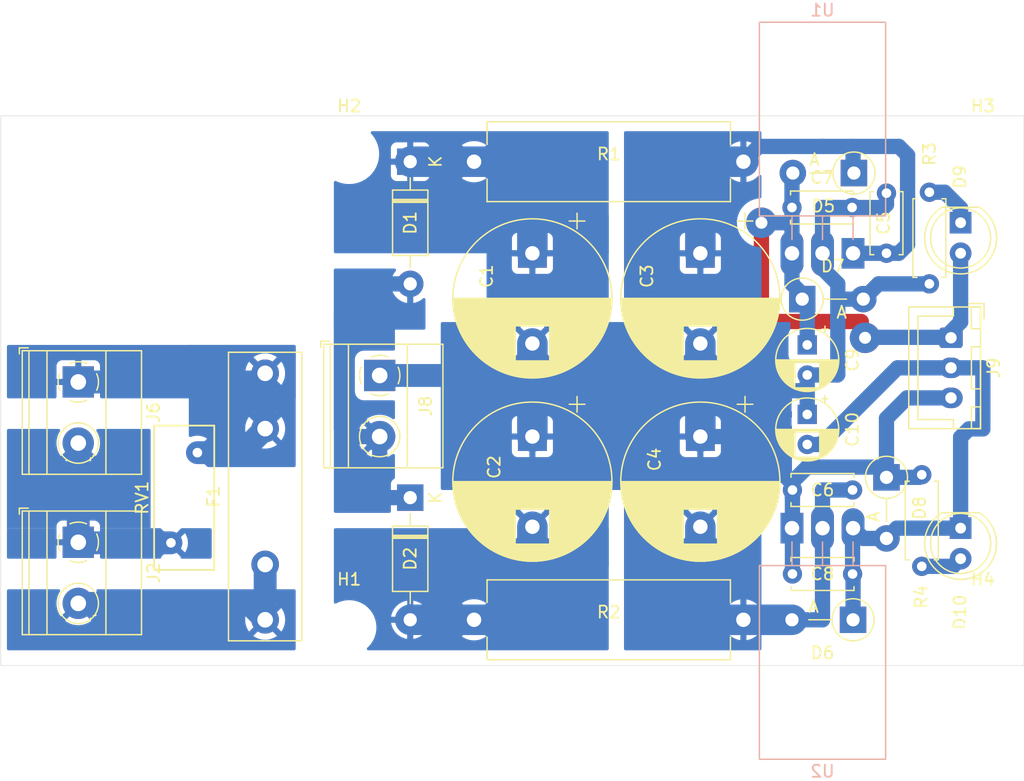
<source format=kicad_pcb>
(kicad_pcb (version 20211014) (generator pcbnew)
  (title_block (rev "1"))
  (layers (0 "F.Cu" signal "Front") (1 "In1.Cu" signal) (2 "In2.Cu" signal) (31 "B.Cu" signal "Back") (34 "B.Paste" user) (35 "F.Paste" user) (36 "B.SilkS" user "B.Silkscreen") (37 "F.SilkS" user "F.Silkscreen") (38 "B.Mask" user) (39 "F.Mask" user) (44 "Edge.Cuts" user))
  (net 0 "")
  (net 1 "Net-(C1-Pad1)")
  (net 2 "Net-(D1-Pad2)")
  (net 3 "Net-(C2-Pad2)")
  (net 4 "Net-(C3-Pad1)")
  (net 5 "Net-(C4-Pad2)")
  (net 6 "Net-(C7-Pad1)")
  (net 7 "Net-(D9-Pad1)")
  (net 8 "Net-(F1-Pad1)")
  (net 9 "Net-(F1-Pad2)")
  (net 10 "Net-(J2-Pad1)")
  (net 11 "Net-(D10-Pad2)")
  (net 12 "Net-(C1-Pad2)")
  (net 13 "Net-(C10-Pad2)")
  (footprint "Resistor_THT:R_Axial_DIN0207_L6.3mm_D2.5mm_P7.62mm_Horizontal" (layer "F.Cu") (at 139.065 92.075 90)
    (fp_text reference "R4" (at -2.533 -0.056 90) (layer "F.SilkS"))
    (fp_text value "10k")
    (pad "1" thru_hole circle locked (at 0 0 90) (size 1.6 1.6) (drill 0.8) (layers *.Cu *.Mask) (net 11 "Net-(D10-Pad2)"))
    (pad "2" thru_hole oval locked (at 7.62 0 90) (size 1.6 1.6) (drill 0.8) (layers *.Cu *.Mask) (net 12 "Net-(C1-Pad2)"))
  )
  (footprint "Capacitor_THT:CP_Radial_D13.0mm_P7.50mm" (layer "F.Cu") (at 120.65 66.04 -90)
    (fp_text reference "C3" (at 1.905 4.445 90) (layer "F.SilkS"))
    (fp_text value "1000u")
    (pad "1" thru_hole rect locked (at 0 0 270) (size 2.4 2.4) (drill 1.2) (layers *.Cu *.Mask) (net 4 "Net-(C3-Pad1)"))
    (pad "2" thru_hole circle locked (at 7.5 0 270) (size 2.4 2.4) (drill 1.2) (layers *.Cu *.Mask) (net 12 "Net-(C1-Pad2)"))
  )
  (footprint "Capacitor_THT:C_Disc_D5.0mm_W2.5mm_P5.00mm" (layer "F.Cu") (at 128.31 92.71)
    (fp_text reference "C8" (at 2.5 0) (layer "F.SilkS"))
    (fp_text value "100n")
    (pad "1" thru_hole circle locked (at 0 0) (size 1.6 1.6) (drill 0.8) (layers *.Cu *.Mask) (net 12 "Net-(C1-Pad2)"))
    (pad "2" thru_hole circle locked (at 5 0) (size 1.6 1.6) (drill 0.8) (layers *.Cu *.Mask) (net 13 "Net-(C10-Pad2)"))
  )
  (footprint "Capacitor_THT:CP_Radial_D5.0mm_P2.50mm" (layer "F.Cu") (at 129.54 79.439888 -90)
    (fp_text reference "C10" (at 1.25 -3.75 90) (layer "F.SilkS"))
    (fp_text value "10u")
    (pad "1" thru_hole rect locked (at 0 0 270) (size 1.6 1.6) (drill 0.8) (layers *.Cu *.Mask) (net 12 "Net-(C1-Pad2)"))
    (pad "2" thru_hole circle locked (at 2.5 0 270) (size 1.6 1.6) (drill 0.8) (layers *.Cu *.Mask) (net 13 "Net-(C10-Pad2)"))
  )
  (footprint "Capacitor_THT:C_Disc_D5.0mm_W2.5mm_P5.00mm" (layer "F.Cu") (at 128.31 85.725)
    (fp_text reference "C6" (at 2.5 0) (layer "F.SilkS"))
    (fp_text value "100n")
    (pad "1" thru_hole circle locked (at 0 0) (size 1.6 1.6) (drill 0.8) (layers *.Cu *.Mask) (net 12 "Net-(C1-Pad2)"))
    (pad "2" thru_hole circle locked (at 5 0) (size 1.6 1.6) (drill 0.8) (layers *.Cu *.Mask) (net 5 "Net-(C4-Pad2)"))
  )
  (footprint "Resistor_THT:R_Axial_Power_L20.0mm_W6.4mm_P22.40mm" (layer "F.Cu") (at 101.83 96.52)
    (fp_text reference "R2" (at 11.2 -0.635) (layer "F.SilkS"))
    (fp_text value "3")
    (pad "1" thru_hole circle locked (at 0 0) (size 2.4 2.4) (drill 1.2) (layers *.Cu *.Mask) (net 3 "Net-(C2-Pad2)"))
    (pad "2" thru_hole oval locked (at 22.4 0) (size 2.4 2.4) (drill 1.2) (layers *.Cu *.Mask) (net 5 "Net-(C4-Pad2)"))
  )
  (footprint "MountingHole:MountingHole_3mm" (layer "F.Cu") (at 144.145 57.785)
    (fp_text reference "H3" (at 0 -4) (layer "F.SilkS"))
    (fp_text value "MountingHole" hide)
    (pad "" np_thru_hole circle locked (at 0 0) (size 3 3) (drill 3) (layers *.Cu *.Mask))
  )
  (footprint "MountingHole:MountingHole_3mm" (layer "F.Cu") (at 91.44 57.785)
    (fp_text reference "H2" (at 0 -4) (layer "F.SilkS"))
    (fp_text value "MountingHole" hide)
    (pad "" np_thru_hole circle locked (at 0 0) (size 3 3) (drill 3) (layers *.Cu *.Mask))
  )
  (footprint "Fuse:Fuseholder_Littelfuse_100_series_5x20mm" (layer "F.Cu") (at 84.455 96.52 90)
    (fp_text reference "F1" (at 10.25 -4.3 90 unlocked) (layer "F.SilkS"))
    (fp_text value "Fuse")
    (pad "1" thru_hole circle (at 4.6 0 90) (size 2.3 2.3) (drill 1.3) (layers *.Cu *.Mask) (net 8 "Net-(F1-Pad1)"))
    (pad "1" thru_hole circle (at 0 0 90) (size 2.3 2.3) (drill 1.3) (layers *.Cu *.Mask) (net 8 "Net-(F1-Pad1)"))
    (pad "2" thru_hole circle (at 20.5 0 90) (size 2.3 2.3) (drill 1.3) (layers *.Cu *.Mask) (net 9 "Net-(F1-Pad2)"))
    (pad "2" thru_hole circle (at 15.9 0 90) (size 2.3 2.3) (drill 1.3) (layers *.Cu *.Mask) (net 9 "Net-(F1-Pad2)"))
  )
  (footprint "Resistor_THT:R_Axial_DIN0207_L6.3mm_D2.5mm_P7.62mm_Horizontal" (layer "F.Cu") (at 139.7 68.58 90)
    (fp_text reference "R3" (at 10.795 0 90) (layer "F.SilkS"))
    (fp_text value "10k")
    (pad "1" thru_hole circle locked (at 0 0 90) (size 1.6 1.6) (drill 0.8) (layers *.Cu *.Mask) (net 12 "Net-(C1-Pad2)"))
    (pad "2" thru_hole oval locked (at 7.62 0 90) (size 1.6 1.6) (drill 0.8) (layers *.Cu *.Mask) (net 7 "Net-(D9-Pad1)"))
  )
  (footprint "TerminalBlock_Phoenix:TerminalBlock_Phoenix_MKDS-1,5-2-5.08_1x02_P5.08mm_Horizontal" (layer "F.Cu") (at 68.91 90.075 -90)
    (fp_text reference "J2" (at 2.54 -6.26 90) (layer "F.SilkS"))
    (fp_text value "AC")
    (pad "1" thru_hole rect locked (at 0 0 270) (size 2.6 2.6) (drill 1.3) (layers *.Cu *.Mask) (net 10 "Net-(J2-Pad1)"))
    (pad "2" thru_hole circle locked (at 5.08 0 270) (size 2.6 2.6) (drill 1.3) (layers *.Cu *.Mask) (net 8 "Net-(F1-Pad1)"))
  )
  (footprint "Diode_THT:D_DO-41_SOD81_P5.08mm_Vertical_AnodeUp" (layer "F.Cu") (at 129.122818 69.85)
    (fp_text reference "D7" (at 2.54 -2.750635) (layer "F.SilkS"))
    (fp_text value "1N4744A")
    (fp_text user "A" (at 3.28 1.1) (layer "F.SilkS"))
    (pad "1" thru_hole rect locked (at 0 0) (size 2.2 2.2) (drill 1.1) (layers *.Cu *.Mask) (net 6 "Net-(C7-Pad1)"))
    (pad "2" thru_hole oval locked (at 5.08 0) (size 2.2 2.2) (drill 1.1) (layers *.Cu *.Mask) (net 12 "Net-(C1-Pad2)"))
  )
  (footprint "Capacitor_THT:CP_Radial_D5.0mm_P2.50mm" (layer "F.Cu") (at 129.54 73.66 -90)
    (fp_text reference "C9" (at 1.25 -3.75 90) (layer "F.SilkS"))
    (fp_text value "10u")
    (pad "1" thru_hole rect locked (at 0 0 270) (size 1.6 1.6) (drill 0.8) (layers *.Cu *.Mask) (net 6 "Net-(C7-Pad1)"))
    (pad "2" thru_hole circle locked (at 2.5 0 270) (size 1.6 1.6) (drill 0.8) (layers *.Cu *.Mask) (net 12 "Net-(C1-Pad2)"))
  )
  (footprint "Connector_JST:JST_XH_B3B-XH-A_1x03_P2.50mm_Vertical" (layer "F.Cu") (at 141.495 73.065 -90)
    (fp_text reference "J9" (at 2.5 -3.55 -90) (layer "F.SilkS"))
    (fp_text value "DC_OUT")
    (pad "1" thru_hole roundrect locked (at 0 0 270) (size 1.7 1.95) (drill 0.95) (layers *.Cu *.Mask) (roundrect_rratio 0.147059) (net 6 "Net-(C7-Pad1)"))
    (pad "2" thru_hole oval locked (at 2.5 0 270) (size 1.7 1.95) (drill 0.95) (layers *.Cu *.Mask) (net 13 "Net-(C10-Pad2)"))
    (pad "3" thru_hole oval locked (at 5 0 270) (size 1.7 1.95) (drill 0.95) (layers *.Cu *.Mask) (net 12 "Net-(C1-Pad2)"))
  )
  (footprint "LED_THT:LED_D5.0mm" (layer "F.Cu") (at 142.296 88.9 -90)
    (fp_text reference "D10" (at 6.978 0.056 90) (layer "F.SilkS"))
    (fp_text value "LED")
    (pad "1" thru_hole rect locked (at 0 0 270) (size 1.8 1.8) (drill 0.9) (layers *.Cu *.Mask) (net 13 "Net-(C10-Pad2)"))
    (pad "2" thru_hole circle locked (at 2.54 0 270) (size 1.8 1.8) (drill 0.9) (layers *.Cu *.Mask) (net 11 "Net-(D10-Pad2)"))
  )
  (footprint "MountingHole:MountingHole_3mm" (layer "F.Cu") (at 91.44 97.155)
    (fp_text reference "H1" (at 0 -4) (layer "F.SilkS"))
    (fp_text value "MountingHole" hide)
    (pad "" np_thru_hole circle locked (at 0 0) (size 3 3) (drill 3) (layers *.Cu *.Mask))
  )
  (footprint "Capacitor_THT:CP_Radial_D13.0mm_P7.50mm" (layer "F.Cu") (at 120.65 81.28 -90)
    (fp_text reference "C4" (at 1.905 3.81 90) (layer "F.SilkS"))
    (fp_text value "1000u")
    (pad "1" thru_hole rect locked (at 0 0 270) (size 2.4 2.4) (drill 1.2) (layers *.Cu *.Mask) (net 12 "Net-(C1-Pad2)"))
    (pad "2" thru_hole circle locked (at 7.5 0 270) (size 2.4 2.4) (drill 1.2) (layers *.Cu *.Mask) (net 5 "Net-(C4-Pad2)"))
  )
  (footprint "Resistor_THT:R_Axial_Power_L20.0mm_W6.4mm_P22.40mm" (layer "F.Cu") (at 101.83 58.42)
    (fp_text reference "R1" (at 11.2 -0.635) (layer "F.SilkS"))
    (fp_text value "3")
    (pad "1" thru_hole circle locked (at 0 0) (size 2.4 2.4) (drill 1.2) (layers *.Cu *.Mask) (net 1 "Net-(C1-Pad1)"))
    (pad "2" thru_hole oval locked (at 22.4 0) (size 2.4 2.4) (drill 1.2) (layers *.Cu *.Mask) (net 4 "Net-(C3-Pad1)"))
  )
  (footprint "Capacitor_THT:C_Disc_D5.0mm_W2.5mm_P5.00mm" (layer "F.Cu") (at 128.27 62.23)
    (fp_text reference "C7" (at 2.5 -2.5) (layer "F.SilkS"))
    (fp_text value "100n")
    (pad "1" thru_hole circle locked (at 0 0) (size 1.6 1.6) (drill 0.8) (layers *.Cu *.Mask) (net 6 "Net-(C7-Pad1)"))
    (pad "2" thru_hole circle locked (at 5 0) (size 1.6 1.6) (drill 0.8) (layers *.Cu *.Mask) (net 12 "Net-(C1-Pad2)"))
  )
  (footprint "Diode_THT:D_DO-41_SOD81_P5.08mm_Vertical_AnodeUp" (layer "F.Cu") (at 133.35 96.52 180)
    (fp_text reference "D6" (at 2.54 -2.750635 180) (layer "F.SilkS"))
    (fp_text value "1N4001")
    (fp_text user "A" (at 3.28 1.1 180) (layer "F.SilkS"))
    (pad "1" thru_hole rect locked (at 0 0 180) (size 2.2 2.2) (drill 1.1) (layers *.Cu *.Mask) (net 13 "Net-(C10-Pad2)"))
    (pad "2" thru_hole oval locked (at 5.08 0 180) (size 2.2 2.2) (drill 1.1) (layers *.Cu *.Mask) (net 5 "Net-(C4-Pad2)"))
  )
  (footprint "TerminalBlock_Phoenix:TerminalBlock_Phoenix_MKDS-1,5-2-5.08_1x02_P5.08mm_Horizontal" (layer "F.Cu") (at 93.98 76.2 -90)
    (fp_text reference "J8" (at 2.54 -3.81 90) (layer "F.SilkS"))
    (fp_text value "TRAN_OUT")
    (pad "1" thru_hole rect locked (at 0 0 270) (size 2.6 2.6) (drill 1.3) (layers *.Cu *.Mask) (net 12 "Net-(C1-Pad2)"))
    (pad "2" thru_hole circle locked (at 5.08 0 270) (size 2.6 2.6) (drill 1.3) (layers *.Cu *.Mask) (net 2 "Net-(D1-Pad2)"))
  )
  (footprint "LED_THT:LED_D5.0mm" (layer "F.Cu") (at 142.296 63.495 -90)
    (fp_text reference "D9" (at -3.817 0.056 90) (layer "F.SilkS"))
    (fp_text value "LED")
    (pad "1" thru_hole rect locked (at 0 0 270) (size 1.8 1.8) (drill 0.9) (layers *.Cu *.Mask) (net 7 "Net-(D9-Pad1)"))
    (pad "2" thru_hole circle locked (at 2.54 0 270) (size 1.8 1.8) (drill 0.9) (layers *.Cu *.Mask) (net 6 "Net-(C7-Pad1)"))
  )
  (footprint "Diode_THT:D_DO-41_SOD81_P5.08mm_Vertical_AnodeUp" (layer "F.Cu") (at 136.13 84.672818 -90)
    (fp_text reference "D8" (at 2.54 -2.750635 -90) (layer "F.SilkS"))
    (fp_text value "1N4744A")
    (fp_text user "A" (at 3.28 1.1 -90) (layer "F.SilkS"))
    (pad "1" thru_hole rect locked (at 0 0 270) (size 2.2 2.2) (drill 1.1) (layers *.Cu *.Mask) (net 12 "Net-(C1-Pad2)"))
    (pad "2" thru_hole oval locked (at 5.08 0 270) (size 2.2 2.2) (drill 1.1) (layers *.Cu *.Mask) (net 13 "Net-(C10-Pad2)"))
  )
  (footprint "Diode_THT:D_DO-41_SOD81_P10.16mm_Horizontal" (layer "F.Cu") (at 96.52 58.42 -90)
    (fp_text reference "D1" (at 5.08 0 90) (layer "F.SilkS"))
    (fp_text value "1N4001")
    (fp_text user "K" (at 0 -2.1 90) (layer "F.SilkS"))
    (pad "1" thru_hole rect locked (at 0 0 270) (size 2.2 2.2) (drill 1.1) (layers *.Cu *.Mask) (net 1 "Net-(C1-Pad1)"))
    (pad "2" thru_hole oval locked (at 10.16 0 270) (size 2.2 2.2) (drill 1.1) (layers *.Cu *.Mask) (net 2 "Net-(D1-Pad2)"))
  )
  (footprint "TerminalBlock_Phoenix:TerminalBlock_Phoenix_MKDS-1,5-2-5.08_1x02_P5.08mm_Horizontal" (layer "F.Cu") (at 68.91 76.74 -90)
    (fp_text reference "J6" (at 2.54 -6.26 90) (layer "F.SilkS"))
    (fp_text value "TRAN_IN")
    (pad "1" thru_hole rect locked (at 0 0 270) (size 2.6 2.6) (drill 1.3) (layers *.Cu *.Mask) (net 9 "Net-(F1-Pad2)"))
    (pad "2" thru_hole circle locked (at 5.08 0 270) (size 2.6 2.6) (drill 1.3) (layers *.Cu *.Mask) (net 10 "Net-(J2-Pad1)"))
  )
  (footprint "Capacitor_THT:CP_Radial_D13.0mm_P7.50mm" (layer "F.Cu") (at 106.68 66.04 -90)
    (fp_text reference "C1" (at 1.905 3.81 90) (layer "F.SilkS"))
    (fp_text value "470u")
    (pad "1" thru_hole rect locked (at 0 0 270) (size 2.4 2.4) (drill 1.2) (layers *.Cu *.Mask) (net 1 "Net-(C1-Pad1)"))
    (pad "2" thru_hole circle locked (at 7.5 0 270) (size 2.4 2.4) (drill 1.2) (layers *.Cu *.Mask) (net 12 "Net-(C1-Pad2)"))
  )
  (footprint "Diode_THT:D_DO-41_SOD81_P10.16mm_Horizontal" (layer "F.Cu") (at 96.52 86.36 -90)
    (fp_text reference "D2" (at 5.08 0 90) (layer "F.SilkS"))
    (fp_text value "1N4001")
    (fp_text user "K" (at 0 -2.1 90) (layer "F.SilkS"))
    (pad "1" thru_hole rect locked (at 0 0 270) (size 2.2 2.2) (drill 1.1) (layers *.Cu *.Mask) (net 2 "Net-(D1-Pad2)"))
    (pad "2" thru_hole oval locked (at 10.16 0 270) (size 2.2 2.2) (drill 1.1) (layers *.Cu *.Mask) (net 3 "Net-(C2-Pad2)"))
  )
  (footprint "Varistor:RV_Disc_D12mm_W5mm_P7.5mm" (layer "F.Cu") (at 78.819652 82.619304 -90)
    (fp_text reference "RV1" (at 3.75 4.6 90) (layer "F.SilkS"))
    (fp_text value "Varistor")
    (pad "1" thru_hole circle locked (at 0 0 270) (size 1.8 1.8) (drill 0.8) (layers *.Cu *.Mask) (net 9 "Net-(F1-Pad2)"))
    (pad "2" thru_hole circle locked (at 7.5 2.2 270) (size 1.8 1.8) (drill 0.8) (layers *.Cu *.Mask) (net 10 "Net-(J2-Pad1)"))
  )
  (footprint "Diode_THT:D_DO-41_SOD81_P5.08mm_Vertical_AnodeUp" (layer "F.Cu") (at 133.422347 59.363565 180)
    (fp_text reference "D5" (at 2.54 -2.750635 180) (layer "F.SilkS"))
    (fp_text value "1N4001")
    (fp_text user "A" (at 3.28 1.1 180) (layer "F.SilkS"))
    (pad "1" thru_hole rect locked (at 0 0 180) (size 2.2 2.2) (drill 1.1) (layers *.Cu *.Mask) (net 4 "Net-(C3-Pad1)"))
    (pad "2" thru_hole oval locked (at 5.08 0 180) (size 2.2 2.2) (drill 1.1) (layers *.Cu *.Mask) (net 6 "Net-(C7-Pad1)"))
  )
  (footprint "Capacitor_THT:CP_Radial_D13.0mm_P7.50mm" (layer "F.Cu") (at 106.68 81.28 -90)
    (fp_text reference "C2" (at 2.54 3.175 90) (layer "F.SilkS"))
    (fp_text value "470u")
    (pad "1" thru_hole rect locked (at 0 0 270) (size 2.4 2.4) (drill 1.2) (layers *.Cu *.Mask) (net 12 "Net-(C1-Pad2)"))
    (pad "2" thru_hole circle locked (at 7.5 0 270) (size 2.4 2.4) (drill 1.2) (layers *.Cu *.Mask) (net 3 "Net-(C2-Pad2)"))
  )
  (footprint "MountingHole:MountingHole_3mm" (layer "F.Cu") (at 144.145 97.155)
    (fp_text reference "H4" (at 0 -4) (layer "F.SilkS"))
    (fp_text value "MountingHole" hide)
    (pad "" np_thru_hole circle locked (at 0 0) (size 3 3) (drill 3) (layers *.Cu *.Mask))
  )
  (footprint "Capacitor_THT:C_Disc_D5.0mm_W2.5mm_P5.00mm" (layer "F.Cu") (at 136.13 66.035 90)
    (fp_text reference "C5" (at 2.5 -0.24 90) (layer "F.SilkS"))
    (fp_text value "100n")
    (pad "1" thru_hole circle locked (at 0 0 90) (size 1.6 1.6) (drill 0.8) (layers *.Cu *.Mask) (net 4 "Net-(C3-Pad1)"))
    (pad "2" thru_hole circle locked (at 5 0 90) (size 1.6 1.6) (drill 0.8) (layers *.Cu *.Mask) (net 12 "Net-(C1-Pad2)"))
  )
  (footprint "Package_TO_SOT_THT:TO-220F-3_Horizontal_TabDown" (layer "B.Cu") (at 133.35 66.04 180)
    (fp_text reference "U1" (at 2.54 20.22) (layer "B.SilkS") (effects (justify mirror)))
    (fp_text value "LM7815_TO220")
    (pad "" np_thru_hole oval locked (at 2.54 15.8 180) (size 3.5 3.5) (drill 3.5) (layers *.Cu *.Mask))
    (pad "1" thru_hole rect locked (at 0 0 180) (size 1.905 2.54) (drill 1.2) (layers *.Cu *.Mask) (net 4 "Net-(C3-Pad1)"))
    (pad "2" thru_hole oval locked (at 2.54 0 180) (size 1.905 3.81) (drill 1.2) (layers *.Cu *.Mask) (net 12 "Net-(C1-Pad2)"))
    (pad "3" thru_hole oval locked (at 5.08 0 180) (size 1.905 3.81) (drill 1.2) (layers *.Cu *.Mask) (net 6 "Net-(C7-Pad1)"))
  )
  (footprint "Package_TO_SOT_THT:TO-220F-3_Horizontal_TabDown" (layer "B.Cu") (at 128.27 88.9)
    (fp_text reference "U2" (at 2.54 20.22) (layer "B.SilkS") (effects (justify mirror)))
    (fp_text value "LM7915_TO220")
    (pad "" np_thru_hole oval locked (at 2.54 15.8) (size 3.5 3.5) (drill 3.5) (layers *.Cu *.Mask))
    (pad "1" thru_hole rect locked (at 0 0) (size 1.905 2.54) (drill 1.2) (layers *.Cu *.Mask) (net 12 "Net-(C1-Pad2)"))
    (pad "2" thru_hole oval locked (at 2.54 0) (size 1.905 3.81) (drill 1.2) (layers *.Cu *.Mask) (net 5 "Net-(C4-Pad2)"))
    (pad "3" thru_hole oval locked (at 5.08 0) (size 1.905 3.302) (drill 1.2) (layers *.Cu *.Mask) (net 13 "Net-(C10-Pad2)"))
  )
  (gr_rect (start 62.47 54.605) (end 147.56 100.325) (layer "Edge.Cuts") (width 0.0381) (fill none))
  (segment (start 96.52 58.42) (end 106.68 58.42) (width 2.54) (layer "B.Cu") (net 1))
  (segment (start 106.68 58.42) (end 106.68 66.04) (width 2.54) (layer "B.Cu") (net 1))
  (segment (start 93.98 81.28) (end 91.44 81.28) (width 1.27) (layer "B.Cu") (net 2))
  (segment (start 90.805 71.12) (end 93.345 68.58) (width 1.27) (layer "B.Cu") (net 2))
  (segment (start 90.805 80.645) (end 90.805 71.12) (width 1.27) (layer "B.Cu") (net 2))
  (segment (start 93.345 68.58) (end 96.52 68.58) (width 1.27) (layer "B.Cu") (net 2))
  (segment (start 91.44 81.28) (end 90.805 80.645) (width 1.27) (layer "B.Cu") (net 2))
  (segment (start 93.98 81.28) (end 93.98 86.36) (width 1.27) (layer "B.Cu") (net 2))
  (segment (start 93.98 86.36) (end 96.52 86.36) (width 1.27) (layer "B.Cu") (net 2))
  (segment (start 106.68 96.52) (end 96.52 96.52) (width 2.54) (layer "B.Cu") (net 3))
  (segment (start 106.68 88.78) (end 106.68 96.52) (width 2.54) (layer "B.Cu") (net 3))
  (segment (start 133.35 59.69) (end 133.35 57.15) (width 1.27) (layer "B.Cu") (net 4))
  (segment (start 137.885414 57.875414) (end 137.16 57.15) (width 1.27) (layer "B.Cu") (net 4))
  (segment (start 133.35 66.04) (end 135.85 66.04) (width 1.27) (layer "B.Cu") (net 4))
  (segment (start 137.155 66.035) (end 137.885414 65.304586) (width 1.27) (layer "B.Cu") (net 4))
  (segment (start 120.65 58.42) (end 120.65 66.04) (width 2.54) (layer "B.Cu") (net 4))
  (segment (start 136.13 66.035) (end 137.155 66.035) (width 1.27) (layer "B.Cu") (net 4))
  (segment (start 125.5 57.15) (end 124.23 58.42) (width 1.27) (layer "B.Cu") (net 4))
  (segment (start 137.885414 65.304586) (end 137.885414 57.875414) (width 1.27) (layer "B.Cu") (net 4))
  (segment (start 124.23 58.42) (end 120.65 58.42) (width 2.54) (layer "B.Cu") (net 4))
  (segment (start 125.5 57.15) (end 130.81 57.15) (width 1.27) (layer "B.Cu") (net 4))
  (segment (start 137.16 57.15) (end 130.81 57.15) (width 1.27) (layer "B.Cu") (net 4))
  (segment (start 130.81 88.9) (end 130.81 96.52) (width 1.27) (layer "B.Cu") (net 5))
  (segment (start 124.23 96.52) (end 128.27 96.52) (width 2.54) (layer "B.Cu") (net 5))
  (segment (start 130.81 96.52) (end 128.27 96.52) (width 1.27) (layer "B.Cu") (net 5))
  (segment (start 133.31 85.725) (end 130.81 85.725) (width 1.27) (layer "B.Cu") (net 5))
  (segment (start 120.65 88.78) (end 120.65 96.52) (width 2.54) (layer "B.Cu") (net 5))
  (segment (start 120.65 96.52) (end 124.23 96.52) (width 2.54) (layer "B.Cu") (net 5))
  (segment (start 130.81 85.725) (end 130.81 88.9) (width 1.27) (layer "B.Cu") (net 5))
  (segment (start 134.028489 72.745342) (end 134.35042 73.067273) (width 1.27) (layer "F.Cu") (net 6))
  (segment (start 134.028489 71.711511) (end 134.028489 72.745342) (width 1.27) (layer "F.Cu") (net 6))
  (segment (start 126.321511 71.711511) (end 125.73 71.12) (width 1.27) (layer "F.Cu") (net 6))
  (segment (start 125.73 71.12) (end 125.73 63.5) (width 1.27) (layer "F.Cu") (net 6))
  (segment (start 126.321511 71.711511) (end 134.028489 71.711511) (width 1.27) (layer "F.Cu") (net 6))
  (via (at 134.35042 73.067273) (size 2.54) (drill 1) (layers "F.Cu" "B.Cu") (net 6))
  (via (at 125.73 63.5) (size 2.54) (drill 1) (layers "F.Cu" "B.Cu") (net 6))
  (segment (start 134.390693 73.027) (end 134.35042 73.067273) (width 1.27) (layer "B.Cu") (net 6))
  (segment (start 129.54 69.85) (end 129.54 73.66) (width 1.27) (layer "B.Cu") (net 6))
  (segment (start 128.27 68.58) (end 129.54 69.85) (width 1.27) (layer "B.Cu") (net 6))
  (segment (start 141.026 73.027) (end 134.390693 73.027) (width 1.27) (layer "B.Cu") (net 6))
  (segment (start 128.27 63.5) (end 125.73 63.5) (width 1.27) (layer "B.Cu") (net 6))
  (segment (start 142.296 66.682) (end 142.296 71.757) (width 1.27) (layer "B.Cu") (net 6))
  (segment (start 128.27 66.04) (end 128.27 68.58) (width 1.27) (layer "B.Cu") (net 6))
  (segment (start 128.27 66.04) (end 128.27 59.69) (width 1.27) (layer "B.Cu") (net 6))
  (segment (start 142.296 71.757) (end 141.026 73.027) (width 1.27) (layer "B.Cu") (net 6))
  (segment (start 140.97 60.96) (end 142.296 62.286) (width 1.27) (layer "B.Cu") (net 7))
  (segment (start 142.296 62.286) (end 142.296 63.495) (width 1.27) (layer "B.Cu") (net 7))
  (segment (start 140.97 60.96) (end 139.7 60.96) (width 1.27) (layer "B.Cu") (net 7))
  (segment (start 84.455 91.92) (end 84.455 96.52) (width 1.905) (layer "B.Cu") (net 8))
  (segment (start 68.91 95.155) (end 83.09 95.155) (width 1.905) (layer "B.Cu") (net 8))
  (segment (start 83.09 95.155) (end 84.455 96.52) (width 1.905) (layer "B.Cu") (net 8))
  (segment (start 68.91 76.74) (end 83.735 76.74) (width 1.905) (layer "B.Cu") (net 9))
  (segment (start 82.455696 82.619304) (end 78.819652 82.619304) (width 1.905) (layer "B.Cu") (net 9))
  (segment (start 84.455 80.62) (end 84.455 76.02) (width 1.905) (layer "B.Cu") (net 9))
  (segment (start 82.455696 82.619304) (end 84.455 80.62) (width 1.905) (layer "B.Cu") (net 9))
  (segment (start 83.735 76.74) (end 84.455 76.02) (width 1.905) (layer "B.Cu") (net 9))
  (segment (start 68.91 90.075) (end 68.91 81.82) (width 1.905) (layer "B.Cu") (net 10))
  (segment (start 76.619652 90.119304) (end 68.954304 90.119304) (width 1.905) (layer "B.Cu") (net 10))
  (segment (start 139.065 92.075) (end 141.661 92.075) (width 1.27) (layer "B.Cu") (net 11))
  (segment (start 141.661 92.075) (end 142.296 91.44) (width 1.27) (layer "B.Cu") (net 11))
  (segment (start 136.13 79.77) (end 137.835 78.065) (width 1.27) (layer "B.Cu") (net 12))
  (segment (start 136.13 84.672818) (end 138.847182 84.672818) (width 1.27) (layer "B.Cu") (net 12))
  (segment (start 130.81 67.31) (end 132.08 68.58) (width 1.27) (layer "B.Cu") (net 12))
  (segment (start 93.98 76.2) (end 105.41 76.2) (width 1.905) (layer "B.Cu") (net 12))
  (segment (start 129.54 76.16) (end 129.54 79.439888) (width 1.27) (layer "B.Cu") (net 12))
  (segment (start 129.54 83.82) (end 128.31 85.05) (width 1.27) (layer "B.Cu") (net 12))
  (segment (start 136.13 61.99) (end 135.89 62.23) (width 1.27) (layer "B.Cu") (net 12))
  (segment (start 129.52 77.47) (end 120.67 77.47) (width 1.27) (layer "B.Cu") (net 12))
  (segment (start 137.835 78.065) (end 141.495 78.065) (width 1.27) (layer "B.Cu") (net 12))
  (segment (start 128.31 86.36) (end 128.31 85.05) (width 1.27) (layer "B.Cu") (net 12))
  (segment (start 135.472818 68.58) (end 134.202818 69.85) (width 1.27) (layer "B.Cu") (net 12))
  (segment (start 135.89 83.82) (end 129.54 83.82) (width 1.27) (layer "B.Cu") (net 12))
  (segment (start 135.89 62.23) (end 133.27 62.23) (width 1.27) (layer "B.Cu") (net 12))
  (segment (start 136.13 61.035) (end 136.13 61.99) (width 1.27) (layer "B.Cu") (net 12))
  (segment (start 132.04 76.16) (end 129.54 76.16) (width 1.27) (layer "B.Cu") (net 12))
  (segment (start 119.38 77.47) (end 120.65 76.2) (width 1.27) (layer "B.Cu") (net 12))
  (segment (start 139.7 68.58) (end 135.472818 68.58) (width 1.27) (layer "B.Cu") (net 12))
  (segment (start 128.31 85.13) (end 124.46 81.28) (width 1.27) (layer "B.Cu") (net 12))
  (segment (start 120.65 73.54) (end 120.65 76.2) (width 2.54) (layer "B.Cu") (net 12))
  (segment (start 120.65 76.2) (end 120.65 81.28) (width 2.54) (layer "B.Cu") (net 12))
  (segment (start 130.81 62.23) (end 130.81 66.04) (width 1.27) (layer "B.Cu") (net 12))
  (segment (start 136.13 79.77) (end 136.13 84.455) (width 1.27) (layer "B.Cu") (net 12))
  (segment (start 132.08 76.12) (end 132.04 76.16) (width 1.27) (layer "B.Cu") (net 12))
  (segment (start 132.08 69.85) (end 132.08 76.12) (width 1.27) (layer "B.Cu") (net 12))
  (segment (start 133.27 62.23) (end 130.81 62.23) (width 1.27) (layer "B.Cu") (net 12))
  (segment (start 106.68 77.47) (end 113.03 77.47) (width 1.27) (layer "B.Cu") (net 12))
  (segment (start 113.03 77.47) (end 119.38 77.47) (width 1.27) (layer "B.Cu") (net 12))
  (segment (start 124.46 81.28) (end 120.65 81.28) (width 1.27) (layer "B.Cu") (net 12))
  (segment (start 135.89 83.82) (end 136.13 84.06) (width 1.27) (layer "B.Cu") (net 12))
  (segment (start 130.81 66.04) (end 130.81 67.31) (width 1.27) (layer "B.Cu") (net 12))
  (segment (start 136.525 84.455) (end 136.13 84.455) (width 1.27) (layer "B.Cu") (net 12))
  (segment (start 134.202818 69.85) (end 132.08 69.85) (width 1.27) (layer "B.Cu") (net 12))
  (segment (start 138.847182 84.672818) (end 139.065 84.455) (width 1.27) (layer "B.Cu") (net 12))
  (segment (start 106.68 73.54) (end 106.68 81.28) (width 2.54) (layer "B.Cu") (net 12))
  (segment (start 128.31 92.71) (end 128.31 88.94) (width 1.27) (layer "B.Cu") (net 12))
  (segment (start 128.31 86.36) (end 128.31 85.13) (width 1.27) (layer "B.Cu") (net 12))
  (segment (start 128.31 86.36) (end 128.31 88.86) (width 1.27) (layer "B.Cu") (net 12))
  (segment (start 132.08 68.58) (end 132.08 69.85) (width 1.27) (layer "B.Cu") (net 12))
  (segment (start 105.41 76.2) (end 106.68 77.47) (width 1.905) (layer "B.Cu") (net 12))
  (segment (start 134.202818 89.752818) (end 133.35 88.9) (width 1.27) (layer "B.Cu") (net 13))
  (segment (start 142.296 88.9) (end 136.982818 88.9) (width 1.27) (layer "B.Cu") (net 13))
  (segment (start 130.67137 81.939888) (end 129.54 81.939888) (width 1.27) (layer "B.Cu") (net 13))
  (segment (start 144.145 80.645) (end 144.145 75.565) (width 1.27) (layer "B.Cu") (net 13))
  (segment (start 142.296 81.336) (end 142.987 80.645) (width 1.27) (layer "B.Cu") (net 13))
  (segment (start 136.13 89.752818) (end 134.202818 89.752818) (width 1.27) (layer "B.Cu") (net 13))
  (segment (start 137.046258 75.565) (end 130.67137 81.939888) (width 1.27) (layer "B.Cu") (net 13))
  (segment (start 144.145 75.565) (end 141.495 75.565) (width 1.27) (layer "B.Cu") (net 13))
  (segment (start 142.296 81.336) (end 142.296 88.9) (width 1.27) (layer "B.Cu") (net 13))
  (segment (start 136.982818 88.9) (end 136.13 89.752818) (width 1.27) (layer "B.Cu") (net 13))
  (segment (start 133.31 92.71) (end 133.31 88.94) (width 1.27) (layer "B.Cu") (net 13))
  (segment (start 141.495 75.565) (end 137.046258 75.565) (width 1.27) (layer "B.Cu") (net 13))
  (segment (start 133.35 96.52) (end 133.35 92.75) (width 1.27) (layer "B.Cu") (net 13))
  (segment (start 142.987 80.645) (end 144.145 80.645) (width 1.27) (layer "B.Cu") (net 13))
  (zone (net 3) (net_name "Net-(C2-Pad2)") (layer "B.Cu") (connect_pads (clearance 0.508)) (min_thickness 0.254) (fill yes (thermal_gap 0.508) (thermal_bridge_width 0.508))
    (polygon (pts (xy 113.03 92.075) (xy 102.87 92.075) (xy 102.87 86.995) (xy 113.03 86.995)))
  )
  (zone (net 1) (net_name "Net-(C1-Pad1)") (layer "B.Cu") (connect_pads (clearance 0.508)) (min_thickness 0.254) (fill yes (thermal_gap 0.508) (thermal_bridge_width 0.508))
    (polygon (pts (xy 113.03 70.485) (xy 102.87 70.485) (xy 102.87 62.865) (xy 113.03 62.865)))
  )
  (zone (net 9) (net_name "Net-(F1-Pad2)") (layer "B.Cu") (connect_pads (clearance 0.508)) (min_thickness 0.254) (fill yes (thermal_gap 0.508) (thermal_bridge_width 0.508))
    (polygon (pts (xy 86.995 83.82) (xy 78.105 83.82) (xy 78.105 73.66) (xy 86.995 73.66)))
  )
  (zone (net 3) (net_name "Net-(C2-Pad2)") (layer "B.Cu") (connect_pads (clearance 0.762)) (min_thickness 0.254) (fill yes (thermal_gap 0.508) (thermal_bridge_width 0.508))
    (polygon (pts (xy 113.03 99.06) (xy 90.17 99.06) (xy 90.17 88.9) (xy 113.03 88.9)))
  )
  (zone (net 4) (net_name "Net-(C3-Pad1)") (layer "B.Cu") (connect_pads (clearance 0.762)) (min_thickness 0.254) (fill yes (thermal_gap 0.508) (thermal_bridge_width 0.508))
    (polygon (pts (xy 125.73 70.485) (xy 114.3 70.485) (xy 114.3 55.88) (xy 125.73 55.88)))
  )
  (zone (net 2) (net_name "Net-(D1-Pad2)") (layer "B.Cu") (connect_pads (clearance 0.762)) (min_thickness 0.254) (fill yes (thermal_gap 0.508) (thermal_bridge_width 0.508))
    (polygon (pts (xy 97.79 72.39) (xy 90.17 72.39) (xy 90.17 67.31) (xy 97.79 67.31)))
  )
  (zone (net 12) (net_name "Net-(C1-Pad2)") (layer "B.Cu") (connect_pads (clearance 0.762)) (min_thickness 0.254) (fill yes (thermal_gap 0.508) (thermal_bridge_width 0.508))
    (polygon (pts (xy 128.27 85.725) (xy 114.3 85.725) (xy 114.3 71.755) (xy 128.27 71.755)))
  )
  (zone (net 13) (net_name "Net-(C10-Pad2)") (layer "B.Cu") (connect_pads (clearance 0.508)) (min_thickness 0.254) (fill yes (thermal_gap 0.508) (thermal_bridge_width 0.508))
    (polygon (pts (xy 125.73 99.06) (xy 114.3 99.06) (xy 114.3 86.995) (xy 125.73 86.995)))
  )
  (zone (net 10) (net_name "Net-(J2-Pad1)") (layer "B.Cu") (connect_pads (clearance 0.508)) (min_thickness 0.254) (fill yes (thermal_gap 0.508) (thermal_bridge_width 0.508))
    (polygon (pts (xy 74.93 88.9) (xy 62.865 88.9) (xy 62.865 80.645) (xy 74.93 80.645)))
  )
  (zone (net 2) (net_name "Net-(D1-Pad2)") (layer "B.Cu") (connect_pads (clearance 0.762)) (min_thickness 0.254) (fill yes (thermal_gap 0.508) (thermal_bridge_width 0.508))
    (polygon (pts (xy 95.25 87.63) (xy 90.17 87.63) (xy 90.17 67.31) (xy 95.25 67.31)))
  )
  (zone (net 8) (net_name "Net-(F1-Pad1)") (layer "B.Cu") (connect_pads (clearance 0.508)) (min_thickness 0.254) (fill yes (thermal_gap 0.508) (thermal_bridge_width 0.508))
    (polygon (pts (xy 86.995 99.06) (xy 62.865 99.06) (xy 62.865 93.98) (xy 86.995 93.98)))
  )
  (zone (net 1) (net_name "Net-(C1-Pad1)") (layer "B.Cu") (connect_pads (clearance 0.9906)) (min_thickness 0.254) (fill yes (thermal_gap 0.508) (thermal_bridge_width 0.508))
    (polygon (pts (xy 113.03 66.04) (xy 90.17 66.04) (xy 90.17 55.88) (xy 113.03 55.88)))
  )
  (zone (net 12) (net_name "Net-(C1-Pad2)") (layer "B.Cu") (connect_pads (clearance 0.508)) (min_thickness 0.254) (fill yes (thermal_gap 0.508) (thermal_bridge_width 0.508))
    (polygon (pts (xy 115.57 85.725) (xy 99.06 85.725) (xy 99.06 71.755) (xy 115.57 71.755)))
  )
  (zone (net 10) (net_name "Net-(J2-Pad1)") (layer "B.Cu") (connect_pads (clearance 0.508)) (min_thickness 0.254) (fill yes (thermal_gap 0.508) (thermal_bridge_width 0.508))
    (polygon (pts (xy 80.01 91.44) (xy 62.865 91.44) (xy 62.865 88.9) (xy 80.01 88.9)))
  )
  (zone (net 9) (net_name "Net-(F1-Pad2)") (layer "B.Cu") (connect_pads (clearance 0.508)) (min_thickness 0.254) (fill yes (thermal_gap 0.508) (thermal_bridge_width 0.508))
    (polygon (pts (xy 86.995 78.105) (xy 62.865 78.105) (xy 62.865 73.66) (xy 86.995 73.66)))
  )
)
</source>
